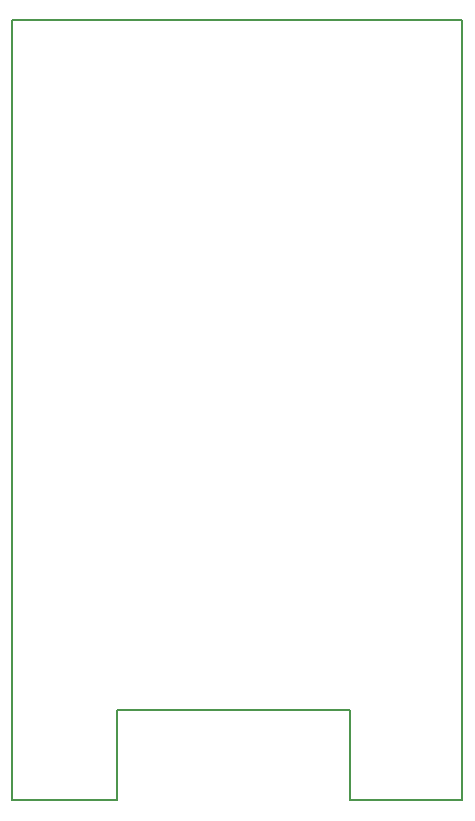
<source format=gbr>
G04 #@! TF.GenerationSoftware,KiCad,Pcbnew,5.0.1*
G04 #@! TF.CreationDate,2019-01-03T14:35:24+01:00*
G04 #@! TF.ProjectId,e73-ab,6537332D61622E6B696361645F706362,rev?*
G04 #@! TF.SameCoordinates,Original*
G04 #@! TF.FileFunction,Profile,NP*
%FSLAX46Y46*%
G04 Gerber Fmt 4.6, Leading zero omitted, Abs format (unit mm)*
G04 Created by KiCad (PCBNEW 5.0.1) date do 03 jan 2019 14:35:24 CET*
%MOMM*%
%LPD*%
G01*
G04 APERTURE LIST*
%ADD10C,0.150000*%
%ADD11C,0.200000*%
G04 APERTURE END LIST*
D10*
X160655000Y-116840000D02*
X170180000Y-116840000D01*
D11*
X140970000Y-116840000D02*
X140970000Y-115570000D01*
X139700000Y-116840000D02*
X140970000Y-116840000D01*
X160655000Y-115570000D02*
X160655000Y-116840000D01*
X170180000Y-116840000D02*
X170180000Y-109220000D01*
X132080000Y-116840000D02*
X139700000Y-116840000D01*
X132080000Y-109220000D02*
X132080000Y-116840000D01*
X160655000Y-109220000D02*
X160655000Y-115570000D01*
X140970000Y-109220000D02*
X160655000Y-109220000D01*
X140970000Y-115570000D02*
X140970000Y-109220000D01*
X132080000Y-50800000D02*
X132080000Y-109220000D01*
X170180000Y-50800000D02*
X132080000Y-50800000D01*
X170180000Y-109220000D02*
X170180000Y-50800000D01*
M02*

</source>
